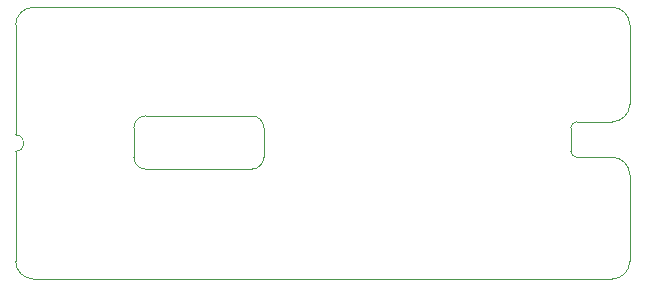
<source format=gm1>
G04 #@! TF.GenerationSoftware,KiCad,Pcbnew,(5.1.5)-2*
G04 #@! TF.CreationDate,2020-01-26T14:31:08-07:00*
G04 #@! TF.ProjectId,AGB_LIPO,4147425f-4c49-4504-9f2e-6b696361645f,rev?*
G04 #@! TF.SameCoordinates,Original*
G04 #@! TF.FileFunction,Profile,NP*
%FSLAX46Y46*%
G04 Gerber Fmt 4.6, Leading zero omitted, Abs format (unit mm)*
G04 Created by KiCad (PCBNEW (5.1.5)-2) date 2020-01-26 14:31:08*
%MOMM*%
%LPD*%
G04 APERTURE LIST*
%ADD10C,0.050000*%
G04 APERTURE END LIST*
D10*
X122500000Y-32000000D02*
G75*
G02X122000000Y-31500000I0J500000D01*
G01*
X122000000Y-29500000D02*
G75*
G02X122500000Y-29000000I500000J0D01*
G01*
X85000000Y-29500000D02*
G75*
G02X86000000Y-28500000I1000000J0D01*
G01*
X86000000Y-33000000D02*
G75*
G02X85000000Y-32000000I0J1000000D01*
G01*
X96000000Y-32000000D02*
G75*
G02X95000000Y-33000000I-1000000J0D01*
G01*
X95000000Y-28500000D02*
G75*
G02X96000000Y-29500000I0J-1000000D01*
G01*
X76500000Y-42300000D02*
G75*
G02X75000000Y-40800000I0J1500000D01*
G01*
X127000000Y-40800000D02*
G75*
G02X125500000Y-42300000I-1500000J0D01*
G01*
X125500000Y-32000000D02*
G75*
G02X127000000Y-33500000I0J-1500000D01*
G01*
X127000000Y-27500000D02*
G75*
G02X125500000Y-29000000I-1500000J0D01*
G01*
X125500000Y-19300000D02*
G75*
G02X127000000Y-20800000I0J-1500000D01*
G01*
X75000000Y-20800000D02*
G75*
G02X76500000Y-19300000I1500000J0D01*
G01*
X75000000Y-40800000D02*
X75000000Y-31500000D01*
X75000000Y-30100000D02*
G75*
G02X75000000Y-31500000I0J-700000D01*
G01*
X127000000Y-33500000D02*
X127000000Y-40800000D01*
X127000000Y-27500000D02*
X127000000Y-20800000D01*
X122500000Y-29000000D02*
X125500000Y-29000000D01*
X122000000Y-31500000D02*
X122000000Y-29500000D01*
X125500000Y-32000000D02*
X122500000Y-32000000D01*
X95000000Y-33000000D02*
X86000000Y-33000000D01*
X96000000Y-29500000D02*
X96000000Y-32000000D01*
X86000000Y-28500000D02*
X95000000Y-28500000D01*
X85000000Y-32000000D02*
X85000000Y-29500000D01*
X76500000Y-19300000D02*
X125500000Y-19300000D01*
X75000000Y-30100000D02*
X75000000Y-20800000D01*
X76500000Y-42300000D02*
X125500000Y-42300000D01*
M02*

</source>
